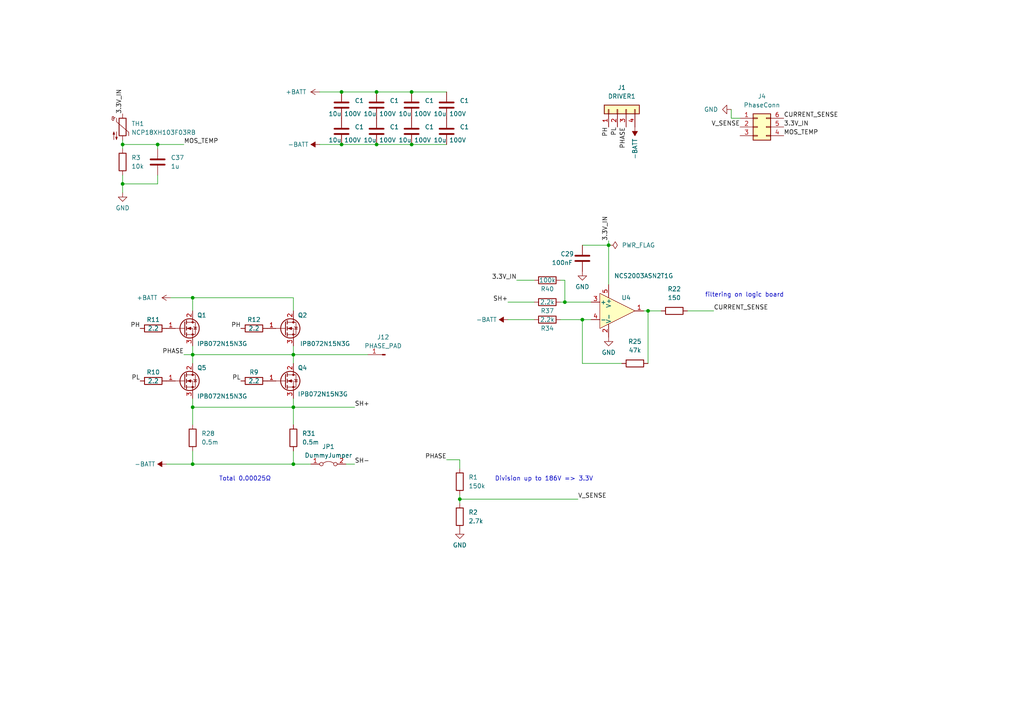
<source format=kicad_sch>
(kicad_sch (version 20230121) (generator eeschema)
  (paper "A4")
  (lib_symbols
    (symbol "Amplifier_Operational:NCS20071SN" (pin_names (offset 0.127))
      (property "Reference" "U" (at 0 10.16 0))
      (property "Value" "NCS20071SN" (at 0 7.62 0))
      (symbol "NCS20071SN_1_1"
        (polyline (pts (xy 5.08 0) (xy -5.08 5.08) (xy -5.08 -5.08) (xy 5.08 0)) (fill (type background)))
        (pin output line (at 7.62 0 180) (length 2.54) (name "~") (number "1"))
        (pin power_in line (at -2.54 -7.62 90) (length 3.81) (name "V-") (number "2"))
        (pin input line (at -7.62 2.54 0) (length 2.54) (name "+") (number "3"))
        (pin input line (at -7.62 -2.54 0) (length 2.54) (name "-") (number "4"))
        (pin power_in line (at -2.54 7.62 270) (length 3.81) (name "V+") (number "5"))
      )
    )
    (symbol "Connector:Conn_01x01_Pin" (pin_names (offset 1.016) hide)
      (property "Reference" "J" (at 0 2.54 0))
      (property "Value" "Conn_01x01_Pin" (at 0 -2.54 0))
      (symbol "Conn_01x01_Pin_1_1"
        (polyline (pts (xy 1.27 0) (xy 0.8636 0)) (stroke (width 0.1524)))
        (rectangle (start 0.8636 0.127) (end 0 -0.127) (stroke (width 0.1524)) (fill (type outline)))
        (pin passive line (at 5.08 0 180) (length 3.81) (name "Pin_1") (number "1"))
      )
    )
    (symbol "Connector_Generic:Conn_01x04" (pin_names (offset 1.016) hide)
      (property "Reference" "J" (at 0 5.08 0))
      (property "Value" "Conn_01x04" (at 0 -7.62 0))
      (symbol "Conn_01x04_1_1"
        (rectangle (start -1.27 -4.953) (end 0 -5.207) (stroke (width 0.1524)))
        (rectangle (start -1.27 -2.413) (end 0 -2.667) (stroke (width 0.1524)))
        (rectangle (start -1.27 0.127) (end 0 -0.127) (stroke (width 0.1524)))
        (rectangle (start -1.27 2.667) (end 0 2.413) (stroke (width 0.1524)))
        (rectangle (start -1.27 3.81) (end 1.27 -6.35) (stroke (width 0.254)) (fill (type background)))
        (pin passive line (at -5.08 2.54 0) (length 3.81) (name "Pin_1") (number "1"))
        (pin passive line (at -5.08 0 0) (length 3.81) (name "Pin_2") (number "2"))
        (pin passive line (at -5.08 -2.54 0) (length 3.81) (name "Pin_3") (number "3"))
        (pin passive line (at -5.08 -5.08 0) (length 3.81) (name "Pin_4") (number "4"))
      )
    )
    (symbol "Connector_Generic:Conn_02x03_Counter_Clockwise" (pin_names (offset 1.016) hide)
      (property "Reference" "J" (at 1.27 5.08 0))
      (property "Value" "Conn_02x03_Counter_Clockwise" (at 1.27 -5.08 0))
      (symbol "Conn_02x03_Counter_Clockwise_1_1"
        (rectangle (start -1.27 -2.413) (end 0 -2.667) (stroke (width 0.1524)))
        (rectangle (start -1.27 0.127) (end 0 -0.127) (stroke (width 0.1524)))
        (rectangle (start -1.27 2.667) (end 0 2.413) (stroke (width 0.1524)))
        (rectangle (start -1.27 3.81) (end 3.81 -3.81) (stroke (width 0.254)) (fill (type background)))
        (rectangle (start 3.81 -2.413) (end 2.54 -2.667) (stroke (width 0.1524)))
        (rectangle (start 3.81 0.127) (end 2.54 -0.127) (stroke (width 0.1524)))
        (rectangle (start 3.81 2.667) (end 2.54 2.413) (stroke (width 0.1524)))
        (pin passive line (at -5.08 2.54 0) (length 3.81) (name "Pin_1") (number "1"))
        (pin passive line (at -5.08 0 0) (length 3.81) (name "Pin_2") (number "2"))
        (pin passive line (at -5.08 -2.54 0) (length 3.81) (name "Pin_3") (number "3"))
        (pin passive line (at 7.62 -2.54 180) (length 3.81) (name "Pin_4") (number "4"))
        (pin passive line (at 7.62 0 180) (length 3.81) (name "Pin_5") (number "5"))
        (pin passive line (at 7.62 2.54 180) (length 3.81) (name "Pin_6") (number "6"))
      )
    )
    (symbol "Device:C" (pin_numbers hide) (pin_names (offset 0.254))
      (property "Reference" "C" (at 0.635 2.54 0))
      (property "Value" "C" (at 0.635 -2.54 0))
      (symbol "C_0_1"
        (polyline (pts (xy -2.032 -0.762) (xy 2.032 -0.762)) (stroke (width 0.508)))
        (polyline (pts (xy -2.032 0.762) (xy 2.032 0.762)) (stroke (width 0.508)))
      )
      (symbol "C_1_1"
        (pin passive line (at 0 3.81 270) (length 2.794) (name "~") (number "1"))
        (pin passive line (at 0 -3.81 90) (length 2.794) (name "~") (number "2"))
      )
    )
    (symbol "Device:R" (pin_numbers hide) (pin_names (offset 0))
      (property "Reference" "R" (at 2.032 0 90))
      (property "Value" "R" (at 0 0 90))
      (symbol "R_0_1"
        (rectangle (start -1.016 -2.54) (end 1.016 2.54) (stroke (width 0.254)))
      )
      (symbol "R_1_1"
        (pin passive line (at 0 3.81 270) (length 1.27) (name "~") (number "1"))
        (pin passive line (at 0 -3.81 90) (length 1.27) (name "~") (number "2"))
      )
    )
    (symbol "Device:Thermistor_NTC" (pin_numbers hide) (pin_names (offset 0))
      (property "Reference" "TH" (at -4.445 0 90))
      (property "Value" "Thermistor_NTC" (at 3.175 0 90))
      (symbol "Thermistor_NTC_0_1"
        (arc (start -3.048 2.159) (mid -3.0495 2.3143) (end -3.175 2.413))
        (arc (start -3.048 2.159) (mid -2.9736 1.9794) (end -2.794 1.905))
        (arc (start -3.048 2.794) (mid -2.9736 2.6144) (end -2.794 2.54))
        (arc (start -2.794 1.905) (mid -2.6144 1.9794) (end -2.54 2.159))
        (arc (start -2.794 2.54) (mid -2.4393 2.5587) (end -2.159 2.794))
        (arc (start -2.794 3.048) (mid -2.9736 2.9736) (end -3.048 2.794))
        (arc (start -2.54 2.794) (mid -2.6144 2.9736) (end -2.794 3.048))
        (rectangle (start -1.016 2.54) (end 1.016 -2.54) (stroke (width 0.254)))
        (polyline (pts (xy -2.54 2.159) (xy -2.54 2.794)))
        (polyline (pts (xy -1.778 2.54) (xy -1.778 1.524) (xy 1.778 -1.524) (xy 1.778 -2.54)))
        (polyline (pts (xy -2.54 -3.683) (xy -2.54 -1.397) (xy -2.794 -2.159) (xy -2.286 -2.159) (xy -2.54 -1.397) (xy -2.54 -1.651)) (fill (type outline)))
        (polyline (pts (xy -1.778 -1.397) (xy -1.778 -3.683) (xy -2.032 -2.921) (xy -1.524 -2.921) (xy -1.778 -3.683) (xy -1.778 -3.429)) (fill (type outline)))
      )
      (symbol "Thermistor_NTC_1_1"
        (pin passive line (at 0 3.81 270) (length 1.27) (name "~") (number "1"))
        (pin passive line (at 0 -3.81 90) (length 1.27) (name "~") (number "2"))
      )
    )
    (symbol "Jumper:Jumper_2_Bridged" (pin_names (offset 0) hide)
      (property "Reference" "JP" (at 0 1.905 0))
      (property "Value" "Jumper_2_Bridged" (at 0 -2.54 0))
      (symbol "Jumper_2_Bridged_0_0"
        (circle (center -2.032 0) (radius 0.508))
        (circle (center 2.032 0) (radius 0.508))
      )
      (symbol "Jumper_2_Bridged_0_1"
        (arc (start 1.524 0.254) (mid 0 0.762) (end -1.524 0.254))
      )
      (symbol "Jumper_2_Bridged_1_1"
        (pin passive line (at -5.08 0 0) (length 2.54) (name "A") (number "1"))
        (pin passive line (at 5.08 0 180) (length 2.54) (name "B") (number "2"))
      )
    )
    (symbol "Transistor_FET:BSP89" (pin_names hide)
      (property "Reference" "Q" (at 5.08 1.905 0))
      (property "Value" "BSP89" (at 5.08 0 0))
      (symbol "BSP89_0_1"
        (polyline (pts (xy 0.254 0) (xy -2.54 0)))
        (polyline (pts (xy 0.254 1.905) (xy 0.254 -1.905)) (stroke (width 0.254)))
        (polyline (pts (xy 0.762 -1.27) (xy 0.762 -2.286)) (stroke (width 0.254)))
        (polyline (pts (xy 0.762 0.508) (xy 0.762 -0.508)) (stroke (width 0.254)))
        (polyline (pts (xy 0.762 2.286) (xy 0.762 1.27)) (stroke (width 0.254)))
        (polyline (pts (xy 2.54 2.54) (xy 2.54 1.778)))
        (polyline (pts (xy 2.54 -2.54) (xy 2.54 0) (xy 0.762 0)))
        (polyline (pts (xy 0.762 -1.778) (xy 3.302 -1.778) (xy 3.302 1.778) (xy 0.762 1.778)))
        (polyline (pts (xy 1.016 0) (xy 2.032 0.381) (xy 2.032 -0.381) (xy 1.016 0)) (fill (type outline)))
        (polyline (pts (xy 2.794 0.508) (xy 2.921 0.381) (xy 3.683 0.381) (xy 3.81 0.254)))
        (polyline (pts (xy 3.302 0.381) (xy 2.921 -0.254) (xy 3.683 -0.254) (xy 3.302 0.381)))
        (circle (center 1.651 0) (radius 2.794) (stroke (width 0.254)))
        (circle (center 2.54 -1.778) (radius 0.254) (fill (type outline)))
        (circle (center 2.54 1.778) (radius 0.254) (fill (type outline)))
      )
      (symbol "BSP89_1_1"
        (pin input line (at -5.08 0 0) (length 2.54) (name "G") (number "1"))
        (pin passive line (at 2.54 5.08 270) (length 2.54) (name "D") (number "2"))
        (pin passive line (at 2.54 -5.08 90) (length 2.54) (name "S") (number "3"))
      )
    )
    (symbol "power:+BATT" (power) (pin_names (offset 0))
      (property "Value" "+BATT" (at 0 3.556 0))
      (symbol "+BATT_0_1"
        (polyline (pts (xy -0.762 1.27) (xy 0 2.54)))
        (polyline (pts (xy 0 0) (xy 0 2.54)))
        (polyline (pts (xy 0 2.54) (xy 0.762 1.27)))
      )
      (symbol "+BATT_1_1"
        (pin power_in line (at 0 0 90) (length 0) hide (name "+BATT") (number "1"))
      )
    )
    (symbol "power:-BATT" (power) (pin_names (offset 0))
      (property "Value" "-BATT" (at 0 3.556 0))
      (symbol "-BATT_0_1"
        (polyline (pts (xy 0 0) (xy 0 2.54)))
        (polyline (pts (xy 0.762 1.27) (xy -0.762 1.27) (xy 0 2.54) (xy 0.762 1.27)) (fill (type outline)))
      )
      (symbol "-BATT_1_1"
        (pin power_in line (at 0 0 90) (length 0) hide (name "-BATT") (number "1"))
      )
    )
    (symbol "power:GND" (power) (pin_names (offset 0))
      (property "Value" "GND" (at 0 -3.81 0))
      (symbol "GND_0_1"
        (polyline (pts (xy 0 0) (xy 0 -1.27) (xy 1.27 -1.27) (xy 0 -2.54) (xy -1.27 -1.27) (xy 0 -1.27)))
      )
      (symbol "GND_1_1"
        (pin power_in line (at 0 0 270) (length 0) hide (name "GND") (number "1"))
      )
    )
    (symbol "power:PWR_FLAG" (power) (pin_numbers hide) (pin_names (offset 0) hide)
      (property "Value" "PWR_FLAG" (at 0 3.81 0))
      (symbol "PWR_FLAG_0_0"
        (pin power_out line (at 0 0 90) (length 0) (name "pwr") (number "1"))
      )
      (symbol "PWR_FLAG_0_1"
        (polyline (pts (xy 0 0) (xy 0 1.27) (xy -1.016 1.905) (xy 0 2.54) (xy 1.016 1.905) (xy 0 1.27)))
      )
    )
  )
  (junction (at 119.38 41.91))
  (junction (at 168.91 92.71))
  (junction (at 99.06 41.91))
  (junction (at 85.09 118.11))
  (junction (at 85.09 102.87))
  (junction (at 35.56 53.34))
  (junction (at 55.88 118.11))
  (junction (at 55.88 102.87))
  (junction (at 163.83 87.63))
  (junction (at 176.53 71.12))
  (junction (at 133.35 144.78))
  (junction (at 55.88 86.36))
  (junction (at 45.72 41.91))
  (junction (at 187.96 90.17))
  (junction (at 55.88 134.62))
  (junction (at 99.06 26.67))
  (junction (at 109.22 26.67))
  (junction (at 119.38 26.67))
  (junction (at 85.09 134.62))
  (junction (at 35.56 41.91))
  (junction (at 109.22 41.91))
  (wire (pts (xy 162.56 92.71) (xy 168.91 92.71)))
  (wire (pts (xy 55.88 102.87) (xy 55.88 105.41)))
  (wire (pts (xy 55.88 86.36) (xy 85.09 86.36)))
  (wire (pts (xy 168.91 105.41) (xy 168.91 92.71)))
  (wire (pts (xy 55.88 102.87) (xy 85.09 102.87)))
  (wire (pts (xy 55.88 115.57) (xy 55.88 118.11)))
  (wire (pts (xy 109.22 26.67) (xy 119.38 26.67)))
  (wire (pts (xy 133.35 146.05) (xy 133.35 144.78)))
  (wire (pts (xy 55.88 86.36) (xy 55.88 90.17)))
  (wire (pts (xy 45.72 41.91) (xy 53.34 41.91)))
  (wire (pts (xy 85.09 100.33) (xy 85.09 102.87)))
  (wire (pts (xy 48.26 134.62) (xy 55.88 134.62)))
  (wire (pts (xy 92.71 26.67) (xy 99.06 26.67)))
  (wire (pts (xy 55.88 134.62) (xy 85.09 134.62)))
  (wire (pts (xy 85.09 115.57) (xy 85.09 118.11)))
  (wire (pts (xy 162.56 87.63) (xy 163.83 87.63)))
  (wire (pts (xy 187.96 90.17) (xy 187.96 105.41)))
  (wire (pts (xy 99.06 26.67) (xy 109.22 26.67)))
  (wire (pts (xy 85.09 102.87) (xy 106.68 102.87)))
  (wire (pts (xy 55.88 100.33) (xy 55.88 102.87)))
  (wire (pts (xy 133.35 143.51) (xy 133.35 144.78)))
  (wire (pts (xy 147.32 92.71) (xy 154.94 92.71)))
  (wire (pts (xy 119.38 41.91) (xy 129.54 41.91)))
  (wire (pts (xy 109.22 41.91) (xy 119.38 41.91)))
  (wire (pts (xy 119.38 26.67) (xy 129.54 26.67)))
  (wire (pts (xy 163.83 81.28) (xy 163.83 87.63)))
  (wire (pts (xy 53.34 102.87) (xy 55.88 102.87)))
  (wire (pts (xy 49.53 86.36) (xy 55.88 86.36)))
  (wire (pts (xy 149.86 81.28) (xy 154.94 81.28)))
  (wire (pts (xy 129.54 133.35) (xy 133.35 133.35)))
  (wire (pts (xy 35.56 41.91) (xy 45.72 41.91)))
  (wire (pts (xy 180.34 105.41) (xy 168.91 105.41)))
  (wire (pts (xy 162.56 81.28) (xy 163.83 81.28)))
  (wire (pts (xy 35.56 40.64) (xy 35.56 41.91)))
  (wire (pts (xy 199.39 90.17) (xy 207.01 90.17)))
  (wire (pts (xy 35.56 41.91) (xy 35.56 43.18)))
  (wire (pts (xy 99.06 41.91) (xy 109.22 41.91)))
  (wire (pts (xy 133.35 133.35) (xy 133.35 135.89)))
  (wire (pts (xy 85.09 102.87) (xy 85.09 105.41)))
  (wire (pts (xy 85.09 118.11) (xy 102.87 118.11)))
  (wire (pts (xy 176.53 69.85) (xy 176.53 71.12)))
  (wire (pts (xy 55.88 130.81) (xy 55.88 134.62)))
  (wire (pts (xy 85.09 134.62) (xy 90.17 134.62)))
  (wire (pts (xy 147.32 87.63) (xy 154.94 87.63)))
  (wire (pts (xy 35.56 50.8) (xy 35.56 53.34)))
  (wire (pts (xy 45.72 43.18) (xy 45.72 41.91)))
  (wire (pts (xy 45.72 50.8) (xy 45.72 53.34)))
  (wire (pts (xy 212.09 31.75) (xy 212.09 34.29)))
  (wire (pts (xy 55.88 118.11) (xy 55.88 123.19)))
  (wire (pts (xy 92.71 41.91) (xy 99.06 41.91)))
  (wire (pts (xy 186.69 90.17) (xy 187.96 90.17)))
  (wire (pts (xy 85.09 134.62) (xy 85.09 130.81)))
  (wire (pts (xy 176.53 71.12) (xy 176.53 82.55)))
  (wire (pts (xy 212.09 34.29) (xy 214.63 34.29)))
  (wire (pts (xy 133.35 144.78) (xy 167.64 144.78)))
  (wire (pts (xy 85.09 118.11) (xy 55.88 118.11)))
  (wire (pts (xy 35.56 53.34) (xy 35.56 55.88)))
  (wire (pts (xy 187.96 90.17) (xy 191.77 90.17)))
  (wire (pts (xy 163.83 87.63) (xy 171.45 87.63)))
  (wire (pts (xy 85.09 86.36) (xy 85.09 90.17)))
  (wire (pts (xy 85.09 118.11) (xy 85.09 123.19)))
  (wire (pts (xy 45.72 53.34) (xy 35.56 53.34)))
  (wire (pts (xy 168.91 71.12) (xy 176.53 71.12)))
  (wire (pts (xy 100.33 134.62) (xy 102.87 134.62)))
  (wire (pts (xy 168.91 92.71) (xy 171.45 92.71)))
  (text "Division up to 186V => 3.3V" (at 143.51 139.7 0) (effects (font (size 1.27 1.27)) (justify left bottom)))
  (text "Total 0.00025Ω" (at 63.5 139.7 0) (effects (font (size 1.27 1.27)) (justify left bottom)))
  (text "filtering on logic board" (at 204.47 86.36 0) (effects (font (size 1.27 1.27)) (justify left bottom)))
  (label "3.3V_IN" (at 227.33 36.83 0))
  (label "PH" (at 176.53 36.83 270))
  (label "PL" (at 40.64 110.49 180))
  (label "SH+" (at 147.32 87.63 180))
  (label "3.3V_IN" (at 176.53 69.85 90))
  (label "PHASE" (at 129.54 133.35 180))
  (label "PL" (at 69.85 110.49 180))
  (label "V_SENSE" (at 214.63 36.83 180))
  (label "PHASE" (at 53.34 102.87 180))
  (label "CURRENT_SENSE" (at 207.01 90.17 0))
  (label "V_SENSE" (at 167.64 144.78 0))
  (label "PL" (at 179.07 36.83 270))
  (label "SH+" (at 102.87 118.11 0))
  (label "3.3V_IN" (at 35.56 33.02 90))
  (label "MOS_TEMP" (at 53.34 41.91 0))
  (label "PHASE" (at 181.61 36.83 270))
  (label "MOS_TEMP" (at 227.33 39.37 0))
  (label "PH" (at 40.64 95.25 180))
  (label "CURRENT_SENSE" (at 227.33 34.29 0))
  (label "SH-" (at 102.87 134.62 0))
  (label "PH" (at 69.85 95.25 180))
  (label "3.3V_IN" (at 149.86 81.28 180))
  (symbol (lib_id "Amplifier_Operational:NCS20071SN") (at 179.07 90.17 0) (unit 1)
    (property "Reference" "U4" (at 181.61 86.36 0))
    (property "Value" "NCS2003ASN2T1G" (at 186.69 80.01 0))
    (property "Footprint" "Package_SO:TSOP-5_1.65x3.05mm_P0.95mm" (effects hide))
    (property "Datasheet" "https://www.onsemi.com/pub/Collateral/NCS20071-D.PDF" (effects hide))
    (property "MPN" "C89851" (effects hide))
    (property "JLCRotOffset" "-180" (effects hide))
    (instances (project "IPB072N15N3G_SHUNTS" (path "" (reference "U4") (unit 1)) (path "" (reference "U8") (unit 1)) (path "" (reference "U9") (unit 1))))
  )
  (symbol (lib_id "Transistor_FET:BSP89") (at 53.34 110.49 0) (unit 1)
    (property "Reference" "Q5" (at 57.15 106.68 0) (effects (justify left)))
    (property "Value" "IPB072N15N3G" (at 57.15 114.935 0) (effects (justify left)))
    (property "Footprint" "Package_TO_SOT_SMD:TO-263-2" (effects hide))
    (property "Datasheet" "https://www.infineon.com/dgdl/Infineon-BSP89-DS-v02_02-en.pdf?fileId=db3a30433b47825b013b4b8a07f90d55" (effects hide))
    (property "JLCPosOffset" "-2.54,0" (effects hide))
    (property "Mouser" "726-IPB072N15N3G" (effects hide))
    (property "MPN" "C459162" (effects hide))
    (instances (project "IPB072N15N3G_SHUNTS" (path "" (reference "Q5") (unit 1)) (path "" (reference "Q2") (unit 1)) (path "" (reference "Q6") (unit 1)) (path "" (reference "Q10") (unit 1))))
  )
  (symbol (lib_id "Device:C") (at 129.54 30.48 0) (unit 1)
    (property "Reference" "C1" (at 133.35 29.21 0) (effects (justify left)))
    (property "Value" "10u 100V" (at 125.73 33.02 0) (effects (justify left)))
    (property "Footprint" "Capacitor_SMD:C_1210_3225Metric" (effects hide))
    (property "Mouser" "81-GRM32EC72A106KE5K" (effects hide))
    (property "MPN" "C5156756" (effects hide))
    (instances (project "IPB072N15N3G_SHUNTS" (path "" (reference "C1") (unit 1)) (path "" (reference "C8") (unit 1)) (path "" (reference "C10") (unit 1)) (path "" (reference "C26") (unit 1))))
  )
  (symbol (lib_id "Transistor_FET:BSP89") (at 82.55 95.25 0) (unit 1)
    (property "Reference" "Q2" (at 86.36 91.44 0) (effects (justify left)))
    (property "Value" "IPB072N15N3G" (at 86.995 99.695 0) (effects (justify left)))
    (property "Footprint" "Package_TO_SOT_SMD:TO-263-2" (effects hide))
    (property "Datasheet" "https://www.infineon.com/dgdl/Infineon-BSP89-DS-v02_02-en.pdf?fileId=db3a30433b47825b013b4b8a07f90d55" (effects hide))
    (property "JLCPosOffset" "-2.54,0" (effects hide))
    (property "Mouser" "726-IPB072N15N3G" (effects hide))
    (property "MPN" "C459162" (effects hide))
    (instances (project "IPB072N15N3G_SHUNTS" (path "" (reference "Q2") (unit 1)) (path "" (reference "Q3") (unit 1)) (path "" (reference "Q7") (unit 1)) (path "" (reference "Q11") (unit 1))))
  )
  (symbol (lib_id "Device:R") (at 133.35 139.7 0) (unit 1)
    (property "Reference" "R1" (at 135.89 138.43 0) (effects (justify left)))
    (property "Value" "150k" (at 135.89 140.97 0) (effects (justify left)))
    (property "Footprint" "Resistor_SMD:R_0603_1608Metric" (effects hide))
    (property "MPN" "C22807" (effects hide))
    (property "Mouser" "603-RT0805FRE07150KL" (effects hide))
    (instances (project "IPB072N15N3G_SHUNTS" (path "" (reference "R1") (unit 1)) (path "" (reference "R13") (unit 1)) (path "" (reference "R20") (unit 1))))
  )
  (symbol (lib_id "Transistor_FET:BSP89") (at 53.34 95.25 0) (unit 1)
    (property "Reference" "Q1" (at 57.15 91.44 0) (effects (justify left)))
    (property "Value" "IPB072N15N3G" (at 57.15 99.695 0) (effects (justify left)))
    (property "Footprint" "Package_TO_SOT_SMD:TO-263-2" (effects hide))
    (property "Datasheet" "https://www.infineon.com/dgdl/Infineon-BSP89-DS-v02_02-en.pdf?fileId=db3a30433b47825b013b4b8a07f90d55" (effects hide))
    (property "JLCPosOffset" "-2.54,0" (effects hide))
    (property "Mouser" "726-IPB072N15N3G" (effects hide))
    (property "MPN" "C459162" (effects hide))
    (instances (project "IPB072N15N3G_SHUNTS" (path "" (reference "Q1") (unit 1)) (path "" (reference "Q1") (unit 1)) (path "" (reference "Q5") (unit 1)) (path "" (reference "Q9") (unit 1))))
  )
  (symbol (lib_id "power:PWR_FLAG") (at 176.53 71.12 270) (unit 1)
    (property "Reference" "#FLG01" (effects hide))
    (property "Value" "PWR_FLAG" (at 180.34 71.12 90) (effects (justify left)))
    (instances (project "IPB072N15N3G_SHUNTS" (path "" (reference "#FLG01") (unit 1)) (path "" (reference "#FLG02") (unit 1)) (path "" (reference "#FLG03") (unit 1))))
  )
  (symbol (lib_id "power:-BATT") (at 92.71 41.91 90) (unit 1)
    (property "Reference" "#PWR010" (effects hide))
    (property "Value" "-BATT" (at 89.535 41.91 90) (effects (justify left)))
    (instances (project "IPB072N15N3G_SHUNTS" (path "" (reference "#PWR010") (unit 1)) (path "" (reference "#PWR06") (unit 1)) (path "" (reference "#PWR013") (unit 1)) (path "" (reference "#PWR016") (unit 1))))
  )
  (symbol (lib_id "Device:R") (at 158.75 87.63 90) (unit 1)
    (property "Reference" "R37" (at 158.75 90.17 90))
    (property "Value" "2.2k" (at 158.75 87.63 90))
    (property "Footprint" "Resistor_SMD:R_0603_1608Metric" (effects hide))
    (property "MPN" "C4190" (effects hide))
    (property "Mouser" "603-RT0805FRE132K2L" (effects hide))
    (instances (project "IPB072N15N3G_SHUNTS" (path "" (reference "R37") (unit 1)) (path "" (reference "R38") (unit 1)) (path "" (reference "R39") (unit 1))))
  )
  (symbol (lib_id "power:GND") (at 35.56 55.88 0) (unit 1)
    (property "Reference" "#PWR032" (effects hide))
    (property "Value" "GND" (at 35.56 60.325 0))
    (instances (project "IPB072N15N3G_SHUNTS" (path "" (reference "#PWR032") (unit 1)) (path "" (reference "#PWR025") (unit 1)) (path "" (reference "#PWR038") (unit 1)) (path "" (reference "#PWR050") (unit 1))))
  )
  (symbol (lib_id "Device:C") (at 129.54 38.1 0) (unit 1)
    (property "Reference" "C1" (at 133.35 36.83 0) (effects (justify left)))
    (property "Value" "10u 100V" (at 125.73 40.64 0) (effects (justify left)))
    (property "Footprint" "Capacitor_SMD:C_1210_3225Metric" (effects hide))
    (property "Mouser" "81-GRM32EC72A106KE5K" (effects hide))
    (property "MPN" "C5156756" (effects hide))
    (instances (project "IPB072N15N3G_SHUNTS" (path "" (reference "C1") (unit 1)) (path "" (reference "C9") (unit 1)) (path "" (reference "C11") (unit 1)) (path "" (reference "C27") (unit 1))))
  )
  (symbol (lib_id "Device:Thermistor_NTC") (at 35.56 36.83 0) (unit 1)
    (property "Reference" "TH1" (at 38.1 35.8775 0) (effects (justify left)))
    (property "Value" "NCP18XH103F03RB" (at 38.1 38.4175 0) (effects (justify left)))
    (property "Footprint" "Resistor_SMD:R_0603_1608Metric" (effects hide))
    (property "MPN" "C13564" (effects hide))
    (property "Mouser" "81-NCP18XH103F03RB" (effects hide))
    (instances (project "IPB072N15N3G_SHUNTS" (path "" (reference "TH1") (unit 1)) (path "" (reference "TH2") (unit 1)) (path "" (reference "TH3") (unit 1))))
  )
  (symbol (lib_id "Device:C") (at 109.22 38.1 0) (unit 1)
    (property "Reference" "C1" (at 113.03 36.83 0) (effects (justify left)))
    (property "Value" "10u 100V" (at 105.41 40.64 0) (effects (justify left)))
    (property "Footprint" "Capacitor_SMD:C_1210_3225Metric" (effects hide))
    (property "Mouser" "81-GRM32EC72A106KE5K" (effects hide))
    (property "MPN" "C5156756" (effects hide))
    (instances (project "IPB072N15N3G_SHUNTS" (path "" (reference "C1") (unit 1)) (path "" (reference "C30") (unit 1)) (path "" (reference "C32") (unit 1)) (path "" (reference "C49") (unit 1))))
  )
  (symbol (lib_id "Device:R") (at 73.66 95.25 90) (unit 1)
    (property "Reference" "R12" (at 73.66 92.71 90))
    (property "Value" "2.2" (at 73.66 95.25 90))
    (property "Footprint" "Resistor_SMD:R_0603_1608Metric" (effects hide))
    (property "MPN" "C22939" (effects hide))
    (property "Mouser" "71-TNPW08052R20DEEA" (effects hide))
    (instances (project "IPB072N15N3G_SHUNTS" (path "" (reference "R12") (unit 1)) (path "" (reference "R11") (unit 1)) (path "" (reference "R7") (unit 1)) (path "" (reference "R18") (unit 1))))
  )
  (symbol (lib_id "Device:R") (at 44.45 95.25 90) (unit 1)
    (property "Reference" "R11" (at 44.45 92.71 90))
    (property "Value" "2.2" (at 44.45 95.25 90))
    (property "Footprint" "Resistor_SMD:R_0603_1608Metric" (effects hide))
    (property "MPN" "C22939" (effects hide))
    (property "Mouser" "71-TNPW08052R20DEEA" (effects hide))
    (instances (project "IPB072N15N3G_SHUNTS" (path "" (reference "R11") (unit 1)) (path "" (reference "R9") (unit 1)) (path "" (reference "R5") (unit 1)) (path "" (reference "R16") (unit 1))))
  )
  (symbol (lib_id "Device:R") (at 35.56 46.99 0) (unit 1)
    (property "Reference" "R3" (at 38.1 45.72 0) (effects (justify left)))
    (property "Value" "10k" (at 38.1 48.26 0) (effects (justify left)))
    (property "Footprint" "Resistor_SMD:R_0603_1608Metric" (effects hide))
    (property "MPN" "C25804" (effects hide))
    (property "Mouser" "708-RNCP0805FTD10K0" (effects hide))
    (instances (project "IPB072N15N3G_SHUNTS" (path "" (reference "R3") (unit 1)) (path "" (reference "R4") (unit 1)) (path "" (reference "R15") (unit 1))))
  )
  (symbol (lib_id "Device:C") (at 45.72 46.99 0) (unit 1)
    (property "Reference" "C37" (at 49.53 45.72 0) (effects (justify left)))
    (property "Value" "1u" (at 49.53 48.26 0) (effects (justify left)))
    (property "Footprint" "GigaVescLibs:C_0603_1608Metric_L" (effects hide))
    (property "MPN" "C15849" (effects hide))
    (property "Mouser" "187-CL21B105KPFNNNE" (effects hide))
    (instances (project "IPB072N15N3G_SHUNTS" (path "" (reference "C37") (unit 1)) (path "" (reference "C38") (unit 1)) (path "" (reference "C43") (unit 1))))
  )
  (symbol (lib_id "Device:R") (at 55.88 127 0) (unit 1)
    (property "Reference" "R28" (at 58.42 125.73 0) (effects (justify left)))
    (property "Value" "0.5m" (at 58.42 128.27 0) (effects (justify left)))
    (property "Footprint" "Resistor_SMD:R_2512_6332Metric" (effects hide))
    (property "Mouser" "603-PU2512FKNP50R01L" (effects hide))
    (property "MPN" "C5119469" (effects hide))
    (instances (project "IPB072N15N3G_SHUNTS" (path "" (reference "R28") (unit 1)) (path "" (reference "R29") (unit 1)) (path "" (reference "R30") (unit 1))))
  )
  (symbol (lib_id "power:-BATT") (at 48.26 134.62 90) (unit 1)
    (property "Reference" "#PWR010" (effects hide))
    (property "Value" "-BATT" (at 45.085 134.62 90) (effects (justify left)))
    (instances (project "IPB072N15N3G_SHUNTS" (path "" (reference "#PWR010") (unit 1)) (path "" (reference "#PWR010") (unit 1)) (path "" (reference "#PWR040") (unit 1)) (path "" (reference "#PWR052") (unit 1))))
  )
  (symbol (lib_id "Device:R") (at 44.45 110.49 90) (unit 1)
    (property "Reference" "R10" (at 44.45 107.95 90))
    (property "Value" "2.2" (at 44.45 110.49 90))
    (property "Footprint" "Resistor_SMD:R_0603_1608Metric" (effects hide))
    (property "MPN" "C22939" (effects hide))
    (property "Mouser" "71-TNPW08052R20DEEA" (effects hide))
    (instances (project "IPB072N15N3G_SHUNTS" (path "" (reference "R10") (unit 1)) (path "" (reference "R10") (unit 1)) (path "" (reference "R6") (unit 1)) (path "" (reference "R17") (unit 1))))
  )
  (symbol (lib_id "Device:R") (at 184.15 105.41 90) (unit 1)
    (property "Reference" "R25" (at 184.15 99.06 90))
    (property "Value" "47k" (at 184.15 101.6 90))
    (property "Footprint" "Resistor_SMD:R_0603_1608Metric" (effects hide))
    (property "MPN" "C25819" (effects hide))
    (property "Mouser" "603-AC0805FR-0747KL" (effects hide))
    (instances (project "IPB072N15N3G_SHUNTS" (path "" (reference "R25") (unit 1)) (path "" (reference "R26") (unit 1)) (path "" (reference "R27") (unit 1))))
  )
  (symbol (lib_id "Device:R") (at 73.66 110.49 90) (unit 1)
    (property "Reference" "R9" (at 73.66 107.95 90))
    (property "Value" "2.2" (at 73.66 110.49 90))
    (property "Footprint" "Resistor_SMD:R_0603_1608Metric" (effects hide))
    (property "MPN" "C22939" (effects hide))
    (property "Mouser" "71-TNPW08052R20DEEA" (effects hide))
    (instances (project "IPB072N15N3G_SHUNTS" (path "" (reference "R9") (unit 1)) (path "" (reference "R12") (unit 1)) (path "" (reference "R8") (unit 1)) (path "" (reference "R19") (unit 1))))
  )
  (symbol (lib_id "power:-BATT") (at 184.15 36.83 180) (unit 1)
    (property "Reference" "#PWR027" (effects hide))
    (property "Value" "-BATT" (at 184.15 43.18 90))
    (instances (project "IPB072N15N3G_SHUNTS" (path "" (reference "#PWR027") (unit 1)) (path "" (reference "#PWR026") (unit 1)) (path "" (reference "#PWR027") (unit 1)) (path "" (reference "#PWR028") (unit 1))))
  )
  (symbol (lib_id "power:+BATT") (at 92.71 26.67 90) (unit 1)
    (property "Reference" "#PWR07" (effects hide))
    (property "Value" "+BATT" (at 88.9 26.67 90) (effects (justify left)))
    (instances (project "IPB072N15N3G_SHUNTS" (path "" (reference "#PWR07") (unit 1)) (path "" (reference "#PWR03") (unit 1)) (path "" (reference "#PWR04") (unit 1)) (path "" (reference "#PWR05") (unit 1))))
  )
  (symbol (lib_id "Device:R") (at 195.58 90.17 90) (unit 1)
    (property "Reference" "R22" (at 195.58 83.82 90))
    (property "Value" "150" (at 195.58 86.36 90))
    (property "Footprint" "Resistor_SMD:R_0603_1608Metric" (effects hide))
    (property "MPN" "C22808" (effects hide))
    (property "Mouser" "652-CR0805FX-1500ELF" (effects hide))
    (instances (project "IPB072N15N3G_SHUNTS" (path "" (reference "R22") (unit 1)) (path "" (reference "R23") (unit 1)) (path "" (reference "R24") (unit 1))))
  )
  (symbol (lib_id "Device:R") (at 85.09 127 0) (unit 1)
    (property "Reference" "R31" (at 87.63 125.73 0) (effects (justify left)))
    (property "Value" "0.5m" (at 87.63 128.27 0) (effects (justify left)))
    (property "Footprint" "Resistor_SMD:R_2512_6332Metric" (effects hide))
    (property "Mouser" "603-PU2512FKNP50R01L" (effects hide))
    (property "MPN" "C5119469" (effects hide))
    (instances (project "IPB072N15N3G_SHUNTS" (path "" (reference "R31") (unit 1)) (path "" (reference "R32") (unit 1)) (path "" (reference "R33") (unit 1))))
  )
  (symbol (lib_id "Jumper:Jumper_2_Bridged") (at 95.25 134.62 0) (unit 1)
    (property "Reference" "JP1" (at 95.25 129.54 0))
    (property "Value" "DummyJumper" (at 95.25 132.08 0))
    (instances (project "IPB072N15N3G_SHUNTS" (path "" (reference "JP1") (unit 1)) (path "" (reference "JP2") (unit 1)) (path "" (reference "JP3") (unit 1))))
  )
  (symbol (lib_id "Device:R") (at 158.75 81.28 90) (unit 1)
    (property "Reference" "R40" (at 158.75 83.82 90))
    (property "Value" "100k" (at 158.75 81.28 90))
    (property "Footprint" "Resistor_SMD:R_0603_1608Metric" (effects hide))
    (property "MPN" "C25803" (effects hide))
    (property "Mouser" "652-CR0805FX-1003ELF" (effects hide))
    (instances (project "IPB072N15N3G_SHUNTS" (path "" (reference "R40") (unit 1)) (path "" (reference "R41") (unit 1)) (path "" (reference "R42") (unit 1))))
  )
  (symbol (lib_id "Transistor_FET:BSP89") (at 82.55 110.49 0) (unit 1)
    (property "Reference" "Q4" (at 86.36 106.68 0) (effects (justify left)))
    (property "Value" "IPB072N15N3G" (at 86.36 114.3 0) (effects (justify left)))
    (property "Footprint" "Package_TO_SOT_SMD:TO-263-2" (effects hide))
    (property "Datasheet" "https://www.infineon.com/dgdl/Infineon-BSP89-DS-v02_02-en.pdf?fileId=db3a30433b47825b013b4b8a07f90d55" (effects hide))
    (property "JLCPosOffset" "-2.54,0" (effects hide))
    (property "Mouser" "726-IPB072N15N3G" (effects hide))
    (property "MPN" "C459162" (effects hide))
    (instances (project "IPB072N15N3G_SHUNTS" (path "" (reference "Q4") (unit 1)) (path "" (reference "Q4") (unit 1)) (path "" (reference "Q8") (unit 1)) (path "" (reference "Q12") (unit 1))))
  )
  (symbol (lib_id "Device:C") (at 168.91 74.93 0) (unit 1)
    (property "Reference" "C29" (at 162.56 73.66 0) (effects (justify left)))
    (property "Value" "100nF" (at 160.02 76.2 0) (effects (justify left)))
    (property "Footprint" "GigaVescLibs:C_0603_1608Metric_L" (effects hide))
    (property "MPN" "C14663" (effects hide))
    (property "Mouser" "581-08055C104KAT4A" (effects hide))
    (instances (project "IPB072N15N3G_SHUNTS" (path "" (reference "C29") (unit 1)) (path "" (reference "C39") (unit 1)) (path "" (reference "C44") (unit 1))))
  )
  (symbol (lib_id "power:GND") (at 212.09 31.75 270) (unit 1)
    (property "Reference" "#PWR017" (effects hide))
    (property "Value" "GND" (at 208.28 31.75 90) (effects (justify right)))
    (instances (project "IPB072N15N3G_SHUNTS" (path "" (reference "#PWR017") (unit 1)) (path "" (reference "#PWR017") (unit 1)) (path "" (reference "#PWR018") (unit 1)) (path "" (reference "#PWR019") (unit 1))))
  )
  (symbol (lib_id "Device:R") (at 133.35 149.86 0) (unit 1)
    (property "Reference" "R2" (at 135.89 148.59 0) (effects (justify left)))
    (property "Value" "2.7k" (at 135.89 151.13 0) (effects (justify left)))
    (property "Footprint" "Resistor_SMD:R_0603_1608Metric" (effects hide))
    (property "MPN" "C13167" (effects hide))
    (property "Mouser" "603-RT0805FRE072K7L" (effects hide))
    (instances (project "IPB072N15N3G_SHUNTS" (path "" (reference "R2") (unit 1)) (path "" (reference "R14") (unit 1)) (path "" (reference "R21") (unit 1))))
  )
  (symbol (lib_id "Connector_Generic:Conn_02x03_Counter_Clockwise") (at 219.71 36.83 0) (unit 1)
    (property "Reference" "J4" (at 220.98 27.94 0))
    (property "Value" "PhaseConn" (at 220.98 30.48 0))
    (property "Footprint" "Connector_PinSocket_2.54mm:PinSocket_2x03_P2.54mm_Vertical_SMD" (effects hide))
    (property "MPN" "C5160818" (effects hide))
    (instances (project "IPB072N15N3G_SHUNTS" (path "" (reference "J4") (unit 1)) (path "" (reference "J4") (unit 1)) (path "" (reference "J5") (unit 1)) (path "" (reference "J6") (unit 1))))
  )
  (symbol (lib_id "Device:C") (at 109.22 30.48 0) (unit 1)
    (property "Reference" "C1" (at 113.03 29.21 0) (effects (justify left)))
    (property "Value" "10u 100V" (at 105.41 33.02 0) (effects (justify left)))
    (property "Footprint" "Capacitor_SMD:C_1210_3225Metric" (effects hide))
    (property "Mouser" "81-GRM32EC72A106KE5K" (effects hide))
    (property "MPN" "C5156756" (effects hide))
    (instances (project "IPB072N15N3G_SHUNTS" (path "" (reference "C1") (unit 1)) (path "" (reference "C28") (unit 1)) (path "" (reference "C31") (unit 1)) (path "" (reference "C33") (unit 1))))
  )
  (symbol (lib_id "Connector:Conn_01x01_Pin") (at 111.76 102.87 180) (unit 1)
    (property "Reference" "J12" (at 111.125 97.79 0))
    (property "Value" "PHASE_PAD" (at 111.125 100.33 0))
    (property "Footprint" "Connector_Wire:SolderWirePad_1x01_SMD_5x10mm" (effects hide))
    (instances (project "IPB072N15N3G_SHUNTS" (path "" (reference "J12") (unit 1)) (path "" (reference "J7") (unit 1)) (path "" (reference "J15") (unit 1)) (path "" (reference "J16") (unit 1))))
  )
  (symbol (lib_id "power:GND") (at 168.91 78.74 0) (unit 1)
    (property "Reference" "#PWR032" (effects hide))
    (property "Value" "GND" (at 168.91 83.185 0))
    (instances (project "IPB072N15N3G_SHUNTS" (path "" (reference "#PWR032") (unit 1)) (path "" (reference "#PWR036") (unit 1)) (path "" (reference "#PWR042") (unit 1)) (path "" (reference "#PWR054") (unit 1))))
  )
  (symbol (lib_id "Connector_Generic:Conn_01x04") (at 179.07 31.75 90) (unit 1)
    (property "Reference" "J1" (at 180.34 25.4 90))
    (property "Value" "DRIVER1" (at 180.34 27.94 90))
    (property "Footprint" "Connector_PinSocket_2.54mm:PinSocket_2x02_P2.54mm_Vertical_SMD" (effects hide))
    (property "MPN" "C5160817" (effects hide))
    (instances (project "IPB072N15N3G_SHUNTS" (path "" (reference "J1") (unit 1)) (path "" (reference "J1") (unit 1)) (path "" (reference "J2") (unit 1)) (path "" (reference "J3") (unit 1))))
  )
  (symbol (lib_id "Device:C") (at 99.06 30.48 0) (unit 1)
    (property "Reference" "C1" (at 102.87 29.21 0) (effects (justify left)))
    (property "Value" "10u 100V" (at 95.25 33.02 0) (effects (justify left)))
    (property "Footprint" "Capacitor_SMD:C_1210_3225Metric" (effects hide))
    (property "MPN" "C5156756" (effects hide))
    (property "Mouser" "81-GRM32EC72A106KE5K" (effects hide))
    (instances (project "IPB072N15N3G_SHUNTS" (path "" (reference "C1") (unit 1)) (path "" (reference "C1") (unit 1)) (path "" (reference "C25") (unit 1)) (path "" (reference "C48") (unit 1))))
  )
  (symbol (lib_id "power:GND") (at 176.53 97.79 0) (unit 1)
    (property "Reference" "#PWR032" (effects hide))
    (property "Value" "GND" (at 176.53 102.235 0))
    (instances (project "IPB072N15N3G_SHUNTS" (path "" (reference "#PWR032") (unit 1)) (path "" (reference "#PWR09") (unit 1)) (path "" (reference "#PWR014") (unit 1)) (path "" (reference "#PWR015") (unit 1))))
  )
  (symbol (lib_id "Device:C") (at 119.38 30.48 0) (unit 1)
    (property "Reference" "C1" (at 123.19 29.21 0) (effects (justify left)))
    (property "Value" "10u 100V" (at 115.57 33.02 0) (effects (justify left)))
    (property "Footprint" "Capacitor_SMD:C_1210_3225Metric" (effects hide))
    (property "Mouser" "81-GRM32EC72A106KE5K" (effects hide))
    (property "MPN" "C5156756" (effects hide))
    (instances (project "IPB072N15N3G_SHUNTS" (path "" (reference "C1") (unit 1)) (path "" (reference "C50") (unit 1)) (path "" (reference "C52") (unit 1)) (path "" (reference "C54") (unit 1))))
  )
  (symbol (lib_id "power:-BATT") (at 147.32 92.71 90) (unit 1)
    (property "Reference" "#PWR010" (effects hide))
    (property "Value" "-BATT" (at 144.145 92.71 90) (effects (justify left)))
    (instances (project "IPB072N15N3G_SHUNTS" (path "" (reference "#PWR010") (unit 1)) (path "" (reference "#PWR020") (unit 1)) (path "" (reference "#PWR021") (unit 1)) (path "" (reference "#PWR022") (unit 1))))
  )
  (symbol (lib_id "power:GND") (at 133.35 153.67 0) (unit 1)
    (property "Reference" "#PWR032" (effects hide))
    (property "Value" "GND" (at 133.35 158.115 0))
    (instances (project "IPB072N15N3G_SHUNTS" (path "" (reference "#PWR032") (unit 1)) (path "" (reference "#PWR08") (unit 1)) (path "" (reference "#PWR043") (unit 1)) (path "" (reference "#PWR055") (unit 1))))
  )
  (symbol (lib_id "Device:R") (at 158.75 92.71 90) (unit 1)
    (property "Reference" "R34" (at 158.75 95.25 90))
    (property "Value" "2.2k" (at 158.75 92.71 90))
    (property "Footprint" "Resistor_SMD:R_0603_1608Metric" (effects hide))
    (property "MPN" "C4190" (effects hide))
    (property "Mouser" "603-RT0805FRE132K2L" (effects hide))
    (instances (project "IPB072N15N3G_SHUNTS" (path "" (reference "R34") (unit 1)) (path "" (reference "R35") (unit 1)) (path "" (reference "R36") (unit 1))))
  )
  (symbol (lib_id "power:+BATT") (at 49.53 86.36 90) (unit 1)
    (property "Reference" "#PWR07" (effects hide))
    (property "Value" "+BATT" (at 45.72 86.36 90) (effects (justify left)))
    (instances (project "IPB072N15N3G_SHUNTS" (path "" (reference "#PWR07") (unit 1)) (path "" (reference "#PWR07") (unit 1)) (path "" (reference "#PWR039") (unit 1)) (path "" (reference "#PWR051") (unit 1))))
  )
  (symbol (lib_id "Device:C") (at 119.38 38.1 0) (unit 1)
    (property "Reference" "C1" (at 123.19 36.83 0) (effects (justify left)))
    (property "Value" "10u 100V" (at 115.57 40.64 0) (effects (justify left)))
    (property "Footprint" "Capacitor_SMD:C_1210_3225Metric" (effects hide))
    (property "Mouser" "81-GRM32EC72A106KE5K" (effects hide))
    (property "MPN" "C5156756" (effects hide))
    (instances (project "IPB072N15N3G_SHUNTS" (path "" (reference "C1") (unit 1)) (path "" (reference "C51") (unit 1)) (path "" (reference "C53") (unit 1)) (path "" (reference "C55") (unit 1))))
  )
  (symbol (lib_id "Device:C") (at 99.06 38.1 0) (unit 1)
    (property "Reference" "C1" (at 102.87 36.83 0) (effects (justify left)))
    (property "Value" "10u 100V" (at 95.25 40.64 0) (effects (justify left)))
    (property "Footprint" "Capacitor_SMD:C_1210_3225Metric" (effects hide))
    (property "Mouser" "81-GRM32EC72A106KE5K" (effects hide))
    (property "MPN" "C5156756" (effects hide))
    (instances (project "IPB072N15N3G_SHUNTS" (path "" (reference "C1") (unit 1)) (path "" (reference "C2") (unit 1)) (path "" (reference "C3") (unit 1)) (path "" (reference "C4") (unit 1))))
  )
)
</source>
